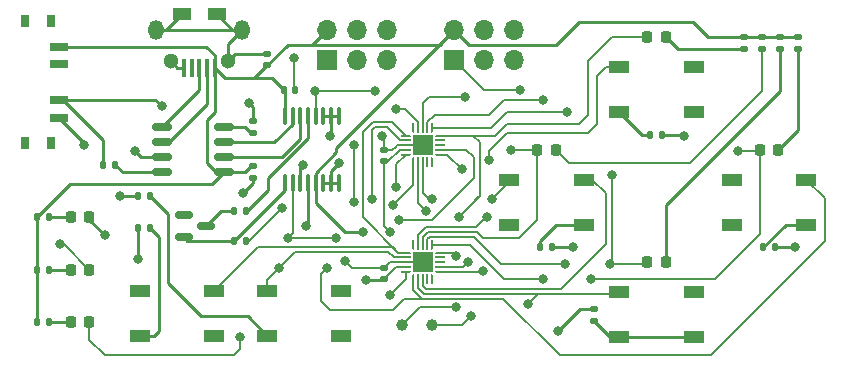
<source format=gtl>
G04 #@! TF.GenerationSoftware,KiCad,Pcbnew,(6.0.10)*
G04 #@! TF.CreationDate,2023-01-18T01:33:26+01:00*
G04 #@! TF.ProjectId,hwpuzzle,68777075-7a7a-46c6-952e-6b696361645f,0.1*
G04 #@! TF.SameCoordinates,Original*
G04 #@! TF.FileFunction,Copper,L1,Top*
G04 #@! TF.FilePolarity,Positive*
%FSLAX46Y46*%
G04 Gerber Fmt 4.6, Leading zero omitted, Abs format (unit mm)*
G04 Created by KiCad (PCBNEW (6.0.10)) date 2023-01-18 01:33:26*
%MOMM*%
%LPD*%
G01*
G04 APERTURE LIST*
G04 Aperture macros list*
%AMRoundRect*
0 Rectangle with rounded corners*
0 $1 Rounding radius*
0 $2 $3 $4 $5 $6 $7 $8 $9 X,Y pos of 4 corners*
0 Add a 4 corners polygon primitive as box body*
4,1,4,$2,$3,$4,$5,$6,$7,$8,$9,$2,$3,0*
0 Add four circle primitives for the rounded corners*
1,1,$1+$1,$2,$3*
1,1,$1+$1,$4,$5*
1,1,$1+$1,$6,$7*
1,1,$1+$1,$8,$9*
0 Add four rect primitives between the rounded corners*
20,1,$1+$1,$2,$3,$4,$5,0*
20,1,$1+$1,$4,$5,$6,$7,0*
20,1,$1+$1,$6,$7,$8,$9,0*
20,1,$1+$1,$8,$9,$2,$3,0*%
%AMFreePoly0*
4,1,14,0.334644,0.085355,0.385355,0.034644,0.400000,-0.000711,0.400000,-0.050000,0.385355,-0.085355,0.350000,-0.100000,-0.350000,-0.100000,-0.385355,-0.085355,-0.400000,-0.050000,-0.400000,0.050000,-0.385355,0.085355,-0.350000,0.100000,0.299289,0.100000,0.334644,0.085355,0.334644,0.085355,$1*%
%AMFreePoly1*
4,1,14,0.385355,0.085355,0.400000,0.050000,0.400000,0.000711,0.385355,-0.034644,0.334644,-0.085355,0.299289,-0.100000,-0.350000,-0.100000,-0.385355,-0.085355,-0.400000,-0.050000,-0.400000,0.050000,-0.385355,0.085355,-0.350000,0.100000,0.350000,0.100000,0.385355,0.085355,0.385355,0.085355,$1*%
%AMFreePoly2*
4,1,14,0.085355,0.385355,0.100000,0.350000,0.100000,-0.350000,0.085355,-0.385355,0.050000,-0.400000,-0.050000,-0.400000,-0.085355,-0.385355,-0.100000,-0.350000,-0.100000,0.299289,-0.085355,0.334644,-0.034644,0.385355,0.000711,0.400000,0.050000,0.400000,0.085355,0.385355,0.085355,0.385355,$1*%
%AMFreePoly3*
4,1,14,0.034644,0.385355,0.085355,0.334644,0.100000,0.299289,0.100000,-0.350000,0.085355,-0.385355,0.050000,-0.400000,-0.050000,-0.400000,-0.085355,-0.385355,-0.100000,-0.350000,-0.100000,0.350000,-0.085355,0.385355,-0.050000,0.400000,-0.000711,0.400000,0.034644,0.385355,0.034644,0.385355,$1*%
%AMFreePoly4*
4,1,14,0.385355,0.085355,0.400000,0.050000,0.400000,-0.050000,0.385355,-0.085355,0.350000,-0.100000,-0.299289,-0.100000,-0.334644,-0.085355,-0.385355,-0.034644,-0.400000,0.000711,-0.400000,0.050000,-0.385355,0.085355,-0.350000,0.100000,0.350000,0.100000,0.385355,0.085355,0.385355,0.085355,$1*%
%AMFreePoly5*
4,1,14,0.385355,0.085355,0.400000,0.050000,0.400000,-0.050000,0.385355,-0.085355,0.350000,-0.100000,-0.350000,-0.100000,-0.385355,-0.085355,-0.400000,-0.050000,-0.400000,-0.000711,-0.385355,0.034644,-0.334644,0.085355,-0.299289,0.100000,0.350000,0.100000,0.385355,0.085355,0.385355,0.085355,$1*%
%AMFreePoly6*
4,1,14,0.085355,0.385355,0.100000,0.350000,0.100000,-0.299289,0.085355,-0.334644,0.034644,-0.385355,-0.000711,-0.400000,-0.050000,-0.400000,-0.085355,-0.385355,-0.100000,-0.350000,-0.100000,0.350000,-0.085355,0.385355,-0.050000,0.400000,0.050000,0.400000,0.085355,0.385355,0.085355,0.385355,$1*%
%AMFreePoly7*
4,1,14,0.085355,0.385355,0.100000,0.350000,0.100000,-0.350000,0.085355,-0.385355,0.050000,-0.400000,0.000711,-0.400000,-0.034644,-0.385355,-0.085355,-0.334644,-0.100000,-0.299289,-0.100000,0.350000,-0.085355,0.385355,-0.050000,0.400000,0.050000,0.400000,0.085355,0.385355,0.085355,0.385355,$1*%
G04 Aperture macros list end*
G04 #@! TA.AperFunction,SMDPad,CuDef*
%ADD10R,1.700000X1.000000*%
G04 #@! TD*
G04 #@! TA.AperFunction,SMDPad,CuDef*
%ADD11RoundRect,0.218750X0.218750X0.256250X-0.218750X0.256250X-0.218750X-0.256250X0.218750X-0.256250X0*%
G04 #@! TD*
G04 #@! TA.AperFunction,SMDPad,CuDef*
%ADD12RoundRect,0.135000X-0.135000X-0.185000X0.135000X-0.185000X0.135000X0.185000X-0.135000X0.185000X0*%
G04 #@! TD*
G04 #@! TA.AperFunction,SMDPad,CuDef*
%ADD13RoundRect,0.140000X0.170000X-0.140000X0.170000X0.140000X-0.170000X0.140000X-0.170000X-0.140000X0*%
G04 #@! TD*
G04 #@! TA.AperFunction,SMDPad,CuDef*
%ADD14RoundRect,0.218750X-0.218750X-0.256250X0.218750X-0.256250X0.218750X0.256250X-0.218750X0.256250X0*%
G04 #@! TD*
G04 #@! TA.AperFunction,SMDPad,CuDef*
%ADD15RoundRect,0.135000X0.185000X-0.135000X0.185000X0.135000X-0.185000X0.135000X-0.185000X-0.135000X0*%
G04 #@! TD*
G04 #@! TA.AperFunction,SMDPad,CuDef*
%ADD16RoundRect,0.135000X0.135000X0.185000X-0.135000X0.185000X-0.135000X-0.185000X0.135000X-0.185000X0*%
G04 #@! TD*
G04 #@! TA.AperFunction,SMDPad,CuDef*
%ADD17C,1.000000*%
G04 #@! TD*
G04 #@! TA.AperFunction,SMDPad,CuDef*
%ADD18R,0.400000X1.600000*%
G04 #@! TD*
G04 #@! TA.AperFunction,ComponentPad*
%ADD19C,1.300000*%
G04 #@! TD*
G04 #@! TA.AperFunction,SMDPad,CuDef*
%ADD20R,1.500000X1.000000*%
G04 #@! TD*
G04 #@! TA.AperFunction,ComponentPad*
%ADD21O,1.300000X1.700000*%
G04 #@! TD*
G04 #@! TA.AperFunction,SMDPad,CuDef*
%ADD22RoundRect,0.150000X-0.587500X-0.150000X0.587500X-0.150000X0.587500X0.150000X-0.587500X0.150000X0*%
G04 #@! TD*
G04 #@! TA.AperFunction,SMDPad,CuDef*
%ADD23RoundRect,0.100000X0.100000X-0.637500X0.100000X0.637500X-0.100000X0.637500X-0.100000X-0.637500X0*%
G04 #@! TD*
G04 #@! TA.AperFunction,SMDPad,CuDef*
%ADD24RoundRect,0.140000X-0.170000X0.140000X-0.170000X-0.140000X0.170000X-0.140000X0.170000X0.140000X0*%
G04 #@! TD*
G04 #@! TA.AperFunction,ComponentPad*
%ADD25R,1.700000X1.700000*%
G04 #@! TD*
G04 #@! TA.AperFunction,ComponentPad*
%ADD26O,1.700000X1.700000*%
G04 #@! TD*
G04 #@! TA.AperFunction,SMDPad,CuDef*
%ADD27FreePoly0,0.000000*%
G04 #@! TD*
G04 #@! TA.AperFunction,SMDPad,CuDef*
%ADD28RoundRect,0.050000X-0.350000X-0.050000X0.350000X-0.050000X0.350000X0.050000X-0.350000X0.050000X0*%
G04 #@! TD*
G04 #@! TA.AperFunction,SMDPad,CuDef*
%ADD29FreePoly1,0.000000*%
G04 #@! TD*
G04 #@! TA.AperFunction,SMDPad,CuDef*
%ADD30FreePoly2,0.000000*%
G04 #@! TD*
G04 #@! TA.AperFunction,SMDPad,CuDef*
%ADD31RoundRect,0.050000X-0.050000X-0.350000X0.050000X-0.350000X0.050000X0.350000X-0.050000X0.350000X0*%
G04 #@! TD*
G04 #@! TA.AperFunction,SMDPad,CuDef*
%ADD32FreePoly3,0.000000*%
G04 #@! TD*
G04 #@! TA.AperFunction,SMDPad,CuDef*
%ADD33FreePoly4,0.000000*%
G04 #@! TD*
G04 #@! TA.AperFunction,SMDPad,CuDef*
%ADD34FreePoly5,0.000000*%
G04 #@! TD*
G04 #@! TA.AperFunction,SMDPad,CuDef*
%ADD35FreePoly6,0.000000*%
G04 #@! TD*
G04 #@! TA.AperFunction,SMDPad,CuDef*
%ADD36FreePoly7,0.000000*%
G04 #@! TD*
G04 #@! TA.AperFunction,SMDPad,CuDef*
%ADD37R,1.700000X1.700000*%
G04 #@! TD*
G04 #@! TA.AperFunction,SMDPad,CuDef*
%ADD38RoundRect,0.150000X-0.675000X-0.150000X0.675000X-0.150000X0.675000X0.150000X-0.675000X0.150000X0*%
G04 #@! TD*
G04 #@! TA.AperFunction,SMDPad,CuDef*
%ADD39RoundRect,0.140000X-0.140000X-0.170000X0.140000X-0.170000X0.140000X0.170000X-0.140000X0.170000X0*%
G04 #@! TD*
G04 #@! TA.AperFunction,SMDPad,CuDef*
%ADD40R,0.800000X1.000000*%
G04 #@! TD*
G04 #@! TA.AperFunction,SMDPad,CuDef*
%ADD41R,1.500000X0.700000*%
G04 #@! TD*
G04 #@! TA.AperFunction,ViaPad*
%ADD42C,0.800000*%
G04 #@! TD*
G04 #@! TA.AperFunction,Conductor*
%ADD43C,0.200000*%
G04 #@! TD*
G04 #@! TA.AperFunction,Conductor*
%ADD44C,0.250000*%
G04 #@! TD*
G04 APERTURE END LIST*
D10*
X126975000Y-92588000D03*
X120675000Y-92588000D03*
X120675000Y-96388000D03*
X126975000Y-96388000D03*
D11*
X105640218Y-95250000D03*
X104065218Y-95250000D03*
D12*
X117854000Y-88392000D03*
X118874000Y-88392000D03*
D10*
X141173000Y-86995000D03*
X141173000Y-83195000D03*
X147473000Y-83195000D03*
X147473000Y-86995000D03*
D13*
X119465000Y-83030000D03*
X119465000Y-82070000D03*
D14*
X162382500Y-80650000D03*
X163957500Y-80650000D03*
D15*
X148336000Y-95130000D03*
X148336000Y-94110000D03*
D16*
X110746000Y-87248000D03*
X109726000Y-87248000D03*
D17*
X134620000Y-95504000D03*
D12*
X106805000Y-81915000D03*
X107825000Y-81915000D03*
D13*
X130556000Y-81633000D03*
X130556000Y-80673000D03*
D14*
X143535500Y-80650000D03*
X145110500Y-80650000D03*
D16*
X110746000Y-84584000D03*
X109726000Y-84584000D03*
D14*
X152857500Y-90175000D03*
X154432500Y-90175000D03*
D16*
X102187718Y-90805000D03*
X101167718Y-90805000D03*
D11*
X105640218Y-86360000D03*
X104065218Y-86360000D03*
D18*
X116235000Y-73701000D03*
X115585000Y-73701000D03*
X114935000Y-73701000D03*
X114285000Y-73701000D03*
X113635000Y-73701000D03*
D19*
X112510000Y-73181000D03*
X117360000Y-73181000D03*
D20*
X116435000Y-69201000D03*
X113435000Y-69201000D03*
D21*
X111310000Y-70501000D03*
X118560000Y-70501000D03*
D13*
X130556000Y-91638000D03*
X130556000Y-90678000D03*
D10*
X109880000Y-92588000D03*
X116180000Y-92588000D03*
X116180000Y-96388000D03*
X109880000Y-96388000D03*
D16*
X118874000Y-85852000D03*
X117854000Y-85852000D03*
D15*
X165608000Y-72136000D03*
X165608000Y-71116000D03*
X164084000Y-72138000D03*
X164084000Y-71118000D03*
D22*
X113616500Y-86172000D03*
X113616500Y-88072000D03*
X115491500Y-87122000D03*
D23*
X122185000Y-83507500D03*
X122835000Y-83507500D03*
X123485000Y-83507500D03*
X124135000Y-83507500D03*
X124785000Y-83507500D03*
X125435000Y-83507500D03*
X126085000Y-83507500D03*
X126735000Y-83507500D03*
X126735000Y-77782500D03*
X126085000Y-77782500D03*
X125435000Y-77782500D03*
X124785000Y-77782500D03*
X124135000Y-77782500D03*
X123485000Y-77782500D03*
X122835000Y-77782500D03*
X122185000Y-77782500D03*
D10*
X156795000Y-73670000D03*
X150495000Y-73670000D03*
X156795000Y-77470000D03*
X150495000Y-77470000D03*
X160020000Y-86995000D03*
X160020000Y-83195000D03*
X166320000Y-83195000D03*
X166320000Y-86995000D03*
D11*
X105640218Y-90805000D03*
X104065218Y-90805000D03*
D24*
X119465000Y-79220000D03*
X119465000Y-78260000D03*
D12*
X143813000Y-88905000D03*
X144833000Y-88905000D03*
D25*
X125730000Y-73025000D03*
D26*
X125730000Y-70485000D03*
X128270000Y-73025000D03*
X128270000Y-70485000D03*
X130810000Y-73025000D03*
X130810000Y-70485000D03*
D15*
X161036000Y-72136000D03*
X161036000Y-71116000D03*
D27*
X132408000Y-89370000D03*
D28*
X132408000Y-89770000D03*
X132408000Y-90170000D03*
X132408000Y-90570000D03*
D29*
X132408000Y-90970000D03*
D30*
X133058000Y-91620000D03*
D31*
X133458000Y-91620000D03*
X133858000Y-91620000D03*
X134258000Y-91620000D03*
D32*
X134658000Y-91620000D03*
D33*
X135308000Y-90970000D03*
D28*
X135308000Y-90570000D03*
X135308000Y-90170000D03*
X135308000Y-89770000D03*
D34*
X135308000Y-89370000D03*
D35*
X134658000Y-88720000D03*
D31*
X134258000Y-88720000D03*
X133858000Y-88720000D03*
X133458000Y-88720000D03*
D36*
X133058000Y-88720000D03*
D37*
X133858000Y-90170000D03*
D10*
X156795000Y-92720000D03*
X150495000Y-92720000D03*
X150495000Y-96520000D03*
X156795000Y-96520000D03*
D16*
X102187718Y-86360000D03*
X101167718Y-86360000D03*
D13*
X120650000Y-73505000D03*
X120650000Y-72545000D03*
D15*
X162560000Y-72136000D03*
X162560000Y-71116000D03*
D38*
X111760000Y-78740000D03*
X111760000Y-80010000D03*
X111760000Y-81280000D03*
X111760000Y-82550000D03*
X117010000Y-82550000D03*
X117010000Y-81280000D03*
X117010000Y-80010000D03*
X117010000Y-78740000D03*
D16*
X102187718Y-95250000D03*
X101167718Y-95250000D03*
D39*
X122075000Y-75565000D03*
X123035000Y-75565000D03*
D14*
X152857500Y-71125000D03*
X154432500Y-71125000D03*
D40*
X102380000Y-69780000D03*
X100170000Y-69780000D03*
X100170000Y-80080000D03*
X102380000Y-80080000D03*
D41*
X103030000Y-71930000D03*
X103030000Y-73430000D03*
X103030000Y-76430000D03*
X103030000Y-77930000D03*
D25*
X136540000Y-73030000D03*
D26*
X136540000Y-70490000D03*
X139080000Y-73030000D03*
X139080000Y-70490000D03*
X141620000Y-73030000D03*
X141620000Y-70490000D03*
D17*
X132080000Y-95504000D03*
D12*
X153135000Y-79380000D03*
X154155000Y-79380000D03*
D27*
X132408000Y-79464000D03*
D28*
X132408000Y-79864000D03*
X132408000Y-80264000D03*
X132408000Y-80664000D03*
D29*
X132408000Y-81064000D03*
D30*
X133058000Y-81714000D03*
D31*
X133458000Y-81714000D03*
X133858000Y-81714000D03*
X134258000Y-81714000D03*
D32*
X134658000Y-81714000D03*
D33*
X135308000Y-81064000D03*
D28*
X135308000Y-80664000D03*
X135308000Y-80264000D03*
X135308000Y-79864000D03*
D34*
X135308000Y-79464000D03*
D35*
X134658000Y-78814000D03*
D31*
X134258000Y-78814000D03*
X133858000Y-78814000D03*
X133458000Y-78814000D03*
D36*
X133058000Y-78814000D03*
D37*
X133858000Y-80264000D03*
D12*
X162660000Y-88905000D03*
X163680000Y-88905000D03*
D42*
X121666000Y-90678000D03*
X126492000Y-88138000D03*
X122428000Y-88138000D03*
X127254000Y-90069500D03*
X125730000Y-90678000D03*
X131318000Y-85344000D03*
X129540000Y-84836000D03*
X134112000Y-85852000D03*
X142748000Y-93726000D03*
X149860000Y-82804000D03*
X144018000Y-76454000D03*
X160528000Y-80772000D03*
X146050000Y-77470000D03*
X136652000Y-89662000D03*
X136906000Y-86360000D03*
X134620000Y-84836000D03*
X139700000Y-84836000D03*
X137414000Y-76200000D03*
X122936000Y-72898000D03*
X105156000Y-80264000D03*
X118618000Y-84328000D03*
X165354000Y-88900000D03*
X109474000Y-80772000D03*
X123698000Y-81915000D03*
X145288000Y-96012000D03*
X119126000Y-76708000D03*
X126746000Y-81788000D03*
X155956000Y-79502000D03*
X109728000Y-89916000D03*
X108204000Y-84582000D03*
X130429000Y-79502000D03*
X146558000Y-88900000D03*
X128778000Y-87630000D03*
X129032000Y-91694000D03*
X131064000Y-87630000D03*
X144018000Y-91567000D03*
X148082000Y-91567000D03*
X145923000Y-90297000D03*
X149733000Y-90297000D03*
X141351000Y-80645000D03*
X123952000Y-87122000D03*
X106934000Y-87884000D03*
X103124000Y-88646000D03*
X129794000Y-75692000D03*
X137160000Y-82296000D03*
X124714000Y-75692000D03*
X118364000Y-96520000D03*
X131826000Y-86614000D03*
X128016000Y-85090000D03*
X128016000Y-80264000D03*
X131572000Y-77216000D03*
X121920000Y-85598000D03*
X142113000Y-75565000D03*
X139319000Y-86360000D03*
X111760000Y-76962000D03*
X125984000Y-79502000D03*
X139446000Y-81534000D03*
X131064000Y-92964000D03*
X131572000Y-83820000D03*
X136652000Y-93980000D03*
X137668000Y-90170000D03*
X138938000Y-90932000D03*
X137922000Y-94742000D03*
D43*
X134150000Y-93256000D02*
X132296000Y-93256000D01*
X131318000Y-94234000D02*
X125984000Y-94234000D01*
X125222000Y-93472000D02*
X125222000Y-91186000D01*
X132296000Y-93256000D02*
X131318000Y-94234000D01*
X125984000Y-94234000D02*
X125222000Y-93472000D01*
X125222000Y-91186000D02*
X125730000Y-90678000D01*
X127862500Y-90678000D02*
X127254000Y-90069500D01*
X138138000Y-79464000D02*
X135308000Y-79464000D01*
X152857500Y-71125000D02*
X149855000Y-71125000D01*
X149855000Y-71125000D02*
X147828000Y-73152000D01*
X147828000Y-73152000D02*
X147828000Y-77724000D01*
X147066000Y-78486000D02*
X140970000Y-78486000D01*
X147828000Y-77724000D02*
X147066000Y-78486000D01*
X140970000Y-78486000D02*
X139992000Y-79464000D01*
X139992000Y-79464000D02*
X138138000Y-79464000D01*
D44*
X125730000Y-70485000D02*
X124460000Y-71755000D01*
X124460000Y-71755000D02*
X122555000Y-71755000D01*
D43*
X120675000Y-91669000D02*
X121666000Y-90678000D01*
X121666000Y-90678000D02*
X123044000Y-89300000D01*
X120675000Y-92588000D02*
X120675000Y-91669000D01*
X123044000Y-89300000D02*
X130956000Y-89300000D01*
X130956000Y-89300000D02*
X131426000Y-89770000D01*
X131426000Y-89770000D02*
X132408000Y-89770000D01*
X126492000Y-88138000D02*
X122428000Y-88138000D01*
X122835000Y-83507500D02*
X122835000Y-87731000D01*
X122835000Y-87731000D02*
X122428000Y-88138000D01*
X126746000Y-88900000D02*
X122936000Y-88900000D01*
X122936000Y-88900000D02*
X119868000Y-88900000D01*
X119868000Y-88900000D02*
X116180000Y-92588000D01*
X131788000Y-89370000D02*
X131318000Y-88900000D01*
X131318000Y-88900000D02*
X126746000Y-88900000D01*
X130556000Y-90678000D02*
X127862500Y-90678000D01*
X133058000Y-83604000D02*
X133058000Y-81714000D01*
X131318000Y-85344000D02*
X133058000Y-83604000D01*
X129540000Y-78994000D02*
X129540000Y-84836000D01*
X133780630Y-93256000D02*
X134150000Y-93256000D01*
X134150000Y-93256000D02*
X140678000Y-93256000D01*
X133946315Y-92856000D02*
X144926000Y-92856000D01*
X133458000Y-85198000D02*
X134112000Y-85852000D01*
X133458000Y-81714000D02*
X133458000Y-85198000D01*
X144926000Y-92856000D02*
X150359000Y-92856000D01*
X142748000Y-93726000D02*
X143618000Y-92856000D01*
X143618000Y-92856000D02*
X144926000Y-92856000D01*
X149860000Y-82804000D02*
X149860000Y-90170000D01*
X149860000Y-90170000D02*
X149733000Y-90297000D01*
X139446000Y-77724000D02*
X140462000Y-76708000D01*
X134853025Y-77724000D02*
X138938000Y-77724000D01*
X138938000Y-77724000D02*
X139446000Y-77724000D01*
X140462000Y-76708000D02*
X140716000Y-76454000D01*
X140716000Y-76454000D02*
X144018000Y-76454000D01*
X144780000Y-77470000D02*
X146050000Y-77470000D01*
X162260500Y-80772000D02*
X162382500Y-80650000D01*
X160528000Y-80772000D02*
X162260500Y-80772000D01*
X138576000Y-84690000D02*
X137922000Y-85344000D01*
X138684000Y-80010000D02*
X138684000Y-84582000D01*
X138684000Y-84582000D02*
X137922000Y-85344000D01*
X137922000Y-85344000D02*
X136906000Y-86360000D01*
X138138000Y-79464000D02*
X138684000Y-80010000D01*
X136652000Y-89662000D02*
X136360000Y-89370000D01*
X136360000Y-89370000D02*
X135308000Y-89370000D01*
X134366000Y-84836000D02*
X134620000Y-84836000D01*
X133858000Y-81714000D02*
X133858000Y-84328000D01*
X133858000Y-84328000D02*
X134366000Y-84836000D01*
X139700000Y-84836000D02*
X141173000Y-83363000D01*
X131826000Y-86614000D02*
X134620000Y-86614000D01*
X138176000Y-81280000D02*
X137560000Y-80664000D01*
X134620000Y-86614000D02*
X138176000Y-83058000D01*
X138176000Y-83058000D02*
X138176000Y-81280000D01*
X137560000Y-80664000D02*
X135308000Y-80664000D01*
X134366000Y-76200000D02*
X137414000Y-76200000D01*
X134258000Y-78814000D02*
X134258000Y-78319025D01*
X134258000Y-78319025D02*
X134853025Y-77724000D01*
X140970000Y-77470000D02*
X144780000Y-77470000D01*
X134658000Y-78814000D02*
X139626000Y-78814000D01*
X139626000Y-78814000D02*
X140970000Y-77470000D01*
X150495000Y-73670000D02*
X149342000Y-73670000D01*
X149342000Y-73670000D02*
X148590000Y-74422000D01*
X148590000Y-74422000D02*
X148590000Y-78486000D01*
X148590000Y-78486000D02*
X147828000Y-79248000D01*
X147828000Y-79248000D02*
X140990000Y-79248000D01*
X140990000Y-79248000D02*
X139446000Y-80792000D01*
X139446000Y-80792000D02*
X139446000Y-81534000D01*
D44*
X136540000Y-70490000D02*
X137805000Y-71755000D01*
X137805000Y-71755000D02*
X145161000Y-71755000D01*
X145161000Y-71755000D02*
X147066000Y-69850000D01*
X156718000Y-69850000D02*
X157986000Y-71118000D01*
X147066000Y-69850000D02*
X156718000Y-69850000D01*
X157986000Y-71118000D02*
X165608000Y-71118000D01*
X163957500Y-80650000D02*
X165608000Y-78999500D01*
X165608000Y-78999500D02*
X165608000Y-72136000D01*
X164084000Y-72138000D02*
X164084000Y-75692000D01*
X164084000Y-75692000D02*
X154432500Y-85343500D01*
X154432500Y-85343500D02*
X154432500Y-90175000D01*
D43*
X145110500Y-80650000D02*
X146248500Y-81788000D01*
X146248500Y-81788000D02*
X156464000Y-81788000D01*
X156464000Y-81788000D02*
X162560000Y-75692000D01*
X162560000Y-75692000D02*
X162560000Y-72136000D01*
D44*
X161036000Y-72136000D02*
X155443500Y-72136000D01*
X155443500Y-72136000D02*
X154432500Y-71125000D01*
D43*
X132408000Y-90170000D02*
X131064000Y-90170000D01*
D44*
X147190000Y-94110000D02*
X145288000Y-96012000D01*
X148336000Y-94110000D02*
X147190000Y-94110000D01*
D43*
X132408000Y-80264000D02*
X131699000Y-80264000D01*
D44*
X119465000Y-83030000D02*
X119465000Y-83481000D01*
X155834000Y-79380000D02*
X155956000Y-79502000D01*
X103030000Y-77930000D02*
X105156000Y-80056000D01*
D43*
X130556000Y-80673000D02*
X130556000Y-79629000D01*
D44*
X163680000Y-88905000D02*
X165349000Y-88905000D01*
X109982000Y-81280000D02*
X109474000Y-80772000D01*
X117735000Y-70501000D02*
X116435000Y-69201000D01*
X123485000Y-83507500D02*
X123485000Y-82128000D01*
D43*
X122936000Y-75466000D02*
X122936000Y-72898000D01*
X131699000Y-80264000D02*
X131572000Y-80391000D01*
X123035000Y-75565000D02*
X122936000Y-75466000D01*
D44*
X154155000Y-79380000D02*
X155834000Y-79380000D01*
X125435000Y-83507500D02*
X126735000Y-83507500D01*
D43*
X131290000Y-80673000D02*
X131572000Y-80391000D01*
D44*
X126085000Y-83507500D02*
X126085000Y-82449000D01*
X117996000Y-72545000D02*
X117360000Y-73181000D01*
D43*
X132408000Y-80264000D02*
X133858000Y-80264000D01*
D44*
X108206000Y-84584000D02*
X108204000Y-84582000D01*
X119465000Y-77047000D02*
X119126000Y-76708000D01*
X109728000Y-87250000D02*
X109728000Y-89916000D01*
X117360000Y-73181000D02*
X117360000Y-71701000D01*
X146553000Y-88905000D02*
X146558000Y-88900000D01*
D43*
X131064000Y-90170000D02*
X130556000Y-90678000D01*
D44*
X118560000Y-70501000D02*
X111310000Y-70501000D01*
X105156000Y-80056000D02*
X105156000Y-80264000D01*
X111760000Y-81280000D02*
X109982000Y-81280000D01*
D43*
X130556000Y-80673000D02*
X131290000Y-80673000D01*
X130556000Y-79629000D02*
X130429000Y-79502000D01*
D44*
X144833000Y-88905000D02*
X146553000Y-88905000D01*
X118560000Y-70501000D02*
X117735000Y-70501000D01*
X126085000Y-82449000D02*
X126746000Y-81788000D01*
X165349000Y-88905000D02*
X165354000Y-88900000D01*
X113635000Y-73701000D02*
X113030000Y-73701000D01*
X109726000Y-87248000D02*
X109728000Y-87250000D01*
X123485000Y-82128000D02*
X123698000Y-81915000D01*
X117360000Y-71701000D02*
X118560000Y-70501000D01*
X120650000Y-72545000D02*
X117996000Y-72545000D01*
X109726000Y-84584000D02*
X108206000Y-84584000D01*
X119465000Y-78260000D02*
X119465000Y-77047000D01*
X119465000Y-83481000D02*
X118618000Y-84328000D01*
X113030000Y-73701000D02*
X112510000Y-73181000D01*
X111310000Y-70501000D02*
X112135000Y-70501000D01*
X112135000Y-70501000D02*
X113435000Y-69201000D01*
D43*
X132408000Y-90170000D02*
X133858000Y-90170000D01*
D44*
X115570000Y-81788000D02*
X115570000Y-78105000D01*
D43*
X131624000Y-90570000D02*
X130556000Y-91638000D01*
D44*
X122555000Y-71755000D02*
X122407609Y-71755000D01*
X116332000Y-82550000D02*
X115570000Y-81788000D01*
X121128000Y-74618000D02*
X119068000Y-74618000D01*
X122185000Y-76465000D02*
X122185000Y-75675000D01*
X127244695Y-87630000D02*
X128778000Y-87630000D01*
X126502000Y-80889000D02*
X126502000Y-80528000D01*
X118830000Y-82550000D02*
X117010000Y-82550000D01*
D43*
X132408000Y-90570000D02*
X131624000Y-90570000D01*
D44*
X120650000Y-73505000D02*
X119537000Y-74618000D01*
D43*
X130944025Y-81633000D02*
X131913025Y-80664000D01*
D44*
X119537000Y-74618000D02*
X119068000Y-74618000D01*
X122075000Y-75565000D02*
X121128000Y-74618000D01*
X116235000Y-73701000D02*
X116235000Y-72651000D01*
X119465000Y-82070000D02*
X119310000Y-82070000D01*
X112570000Y-71930000D02*
X112572800Y-71932800D01*
X117010000Y-82550000D02*
X115994000Y-83566000D01*
X129032000Y-91694000D02*
X130500000Y-91694000D01*
X115516800Y-71932800D02*
X112572800Y-71932800D01*
X122407609Y-71755000D02*
X120657609Y-73505000D01*
X117010000Y-82550000D02*
X116332000Y-82550000D01*
X103961718Y-83566000D02*
X101167718Y-86360000D01*
X136540000Y-70490000D02*
X135275000Y-71755000D01*
X103030000Y-71930000D02*
X112570000Y-71930000D01*
X119310000Y-82070000D02*
X118830000Y-82550000D01*
X122185000Y-77782500D02*
X122185000Y-76465000D01*
X122185000Y-75675000D02*
X122075000Y-75565000D01*
D43*
X131913025Y-80664000D02*
X132408000Y-80664000D01*
D44*
X135275000Y-71755000D02*
X122555000Y-71755000D01*
X124785000Y-83507500D02*
X124785000Y-82606000D01*
X126502000Y-80528000D02*
X136540000Y-70490000D01*
X124785000Y-85170305D02*
X127244695Y-87630000D01*
X116235000Y-72651000D02*
X115516800Y-71932800D01*
X120657609Y-73505000D02*
X120650000Y-73505000D01*
D43*
X130556000Y-87122000D02*
X131064000Y-87630000D01*
X130556000Y-81633000D02*
X130556000Y-87122000D01*
D44*
X124785000Y-82606000D02*
X126502000Y-80889000D01*
X115570000Y-78105000D02*
X116235000Y-77440000D01*
X119068000Y-74618000D02*
X117798000Y-74618000D01*
D43*
X130556000Y-81633000D02*
X130944025Y-81633000D01*
D44*
X101167718Y-86360000D02*
X101167718Y-95250000D01*
X116235000Y-77440000D02*
X116235000Y-73701000D01*
X116235000Y-73701000D02*
X117152000Y-74618000D01*
X124785000Y-83507500D02*
X124785000Y-85170305D01*
X117798000Y-74618000D02*
X117152000Y-74618000D01*
X130500000Y-91694000D02*
X130556000Y-91638000D01*
X115994000Y-83566000D02*
X103961718Y-83566000D01*
X118830000Y-78740000D02*
X117010000Y-78740000D01*
X119465000Y-79220000D02*
X119310000Y-79220000D01*
X119310000Y-79220000D02*
X118830000Y-78740000D01*
X118617000Y-87629000D02*
X117854000Y-88392000D01*
X117854000Y-88392000D02*
X113936500Y-88392000D01*
X113936500Y-88392000D02*
X113616500Y-88072000D01*
X122185000Y-83507500D02*
X122185000Y-84061000D01*
X122185000Y-84061000D02*
X118617000Y-87629000D01*
X117854000Y-85852000D02*
X116761500Y-85852000D01*
X116761500Y-85852000D02*
X115491500Y-87122000D01*
D43*
X134658000Y-88720000D02*
X137869000Y-88720000D01*
X137922000Y-88773000D02*
X140716000Y-91567000D01*
X158623000Y-91567000D02*
X162382500Y-87807500D01*
X137869000Y-88720000D02*
X137922000Y-88773000D01*
X148082000Y-91567000D02*
X158623000Y-91567000D01*
X140716000Y-91567000D02*
X144018000Y-91567000D01*
X162382500Y-87807500D02*
X162382500Y-80650000D01*
X152735500Y-90297000D02*
X152857500Y-90175000D01*
X140462000Y-90297000D02*
X145923000Y-90297000D01*
X138430000Y-88265000D02*
X140462000Y-90297000D01*
X134258000Y-88720000D02*
X134258000Y-88225025D01*
X134258000Y-88225025D02*
X134472025Y-88011000D01*
X149733000Y-90297000D02*
X152735500Y-90297000D01*
X134472025Y-88011000D02*
X138176000Y-88011000D01*
X138176000Y-88011000D02*
X138430000Y-88265000D01*
X141980000Y-88138000D02*
X138938000Y-88138000D01*
X133858000Y-76708000D02*
X134366000Y-76200000D01*
X143535500Y-80650000D02*
X143535500Y-86582500D01*
X134306340Y-87611000D02*
X134136170Y-87781170D01*
X133858000Y-88059339D02*
X134136170Y-87781170D01*
X133858000Y-78814000D02*
X133858000Y-76708000D01*
X133858000Y-88720000D02*
X133858000Y-88059339D01*
X141351000Y-80645000D02*
X143530500Y-80645000D01*
X138938000Y-88138000D02*
X138411000Y-87611000D01*
X138411000Y-87611000D02*
X134306340Y-87611000D01*
X143530500Y-80645000D02*
X143535500Y-80650000D01*
X143535500Y-86582500D02*
X141980000Y-88138000D01*
X134136170Y-87781170D02*
X134249339Y-87668000D01*
D44*
X105640218Y-86590218D02*
X106934000Y-87884000D01*
X124135000Y-86939000D02*
X124135000Y-83507500D01*
X105640218Y-86360000D02*
X105640218Y-86590218D01*
X123952000Y-87122000D02*
X124135000Y-86939000D01*
X102187718Y-86360000D02*
X104065218Y-86360000D01*
D43*
X124714000Y-75692000D02*
X129794000Y-75692000D01*
X105640218Y-90805000D02*
X103481218Y-88646000D01*
X137160000Y-82296000D02*
X135928000Y-81064000D01*
X124714000Y-75692000D02*
X124785000Y-75763000D01*
X135928000Y-81064000D02*
X135308000Y-81064000D01*
X103481218Y-88646000D02*
X103124000Y-88646000D01*
X124785000Y-75763000D02*
X124785000Y-77782500D01*
D44*
X104065218Y-90805000D02*
X102187718Y-90805000D01*
D43*
X117856000Y-98044000D02*
X116332000Y-98044000D01*
X116332000Y-98044000D02*
X106934000Y-98044000D01*
X118364000Y-97536000D02*
X117856000Y-98044000D01*
X106934000Y-98044000D02*
X105640218Y-96750218D01*
X118364000Y-96520000D02*
X118364000Y-97536000D01*
X105640218Y-96750218D02*
X105640218Y-95250000D01*
D44*
X102187718Y-95250000D02*
X104065218Y-95250000D01*
X115585000Y-73701000D02*
X115585000Y-76820000D01*
X112395000Y-80010000D02*
X111760000Y-80010000D01*
X115585000Y-76820000D02*
X112395000Y-80010000D01*
X114935000Y-73701000D02*
X114935000Y-75565000D01*
X114935000Y-75565000D02*
X111760000Y-78740000D01*
D43*
X133458000Y-78814000D02*
X133458000Y-78319025D01*
X128016000Y-85090000D02*
X128016000Y-80264000D01*
X133458000Y-78319025D02*
X132354975Y-77216000D01*
X119126000Y-88392000D02*
X121920000Y-85598000D01*
X118874000Y-88392000D02*
X119126000Y-88392000D01*
X132354975Y-77216000D02*
X131572000Y-77216000D01*
X138341000Y-87211000D02*
X139192000Y-86360000D01*
X133458001Y-87893653D02*
X134140655Y-87211000D01*
X133458000Y-88720000D02*
X133458000Y-88119000D01*
X139192000Y-86360000D02*
X139319000Y-86360000D01*
X133458000Y-88119000D02*
X133458001Y-87893653D01*
X134140655Y-87211000D02*
X138341000Y-87211000D01*
X142113000Y-75565000D02*
X139075000Y-75565000D01*
X139075000Y-75565000D02*
X136540000Y-73030000D01*
D44*
X120777000Y-84074000D02*
X118999000Y-85852000D01*
X118999000Y-85852000D02*
X118874000Y-85852000D01*
X124135000Y-79701396D02*
X120777000Y-83059396D01*
X120777000Y-83059396D02*
X120777000Y-84074000D01*
X124135000Y-77782500D02*
X124135000Y-79701396D01*
X103030000Y-76430000D02*
X111228000Y-76430000D01*
X126085000Y-77782500D02*
X126085000Y-79401000D01*
X111228000Y-76430000D02*
X111760000Y-76962000D01*
X103430000Y-76430000D02*
X106805000Y-79805000D01*
X126735000Y-77782500D02*
X125435000Y-77782500D01*
X126085000Y-79401000D02*
X125984000Y-79502000D01*
X106805000Y-79805000D02*
X106805000Y-81915000D01*
X103030000Y-76430000D02*
X103430000Y-76430000D01*
X108460000Y-82550000D02*
X107825000Y-81915000D01*
X111760000Y-82550000D02*
X108460000Y-82550000D01*
X152405000Y-79380000D02*
X150495000Y-77470000D01*
X153135000Y-79380000D02*
X152405000Y-79380000D01*
X164570000Y-86995000D02*
X166320000Y-86995000D01*
X162660000Y-88905000D02*
X164570000Y-86995000D01*
X149726000Y-96520000D02*
X150495000Y-96520000D01*
X150495000Y-96520000D02*
X156795000Y-96520000D01*
X148336000Y-95130000D02*
X149726000Y-96520000D01*
X145161000Y-86995000D02*
X147473000Y-86995000D01*
X143813000Y-88905000D02*
X143813000Y-88343000D01*
X143813000Y-88343000D02*
X145161000Y-86995000D01*
X111506000Y-88008000D02*
X111506000Y-96012000D01*
X110746000Y-87248000D02*
X111506000Y-88008000D01*
X111506000Y-96012000D02*
X111130000Y-96388000D01*
X111130000Y-96388000D02*
X109880000Y-96388000D01*
X112268000Y-86106000D02*
X112268000Y-91948000D01*
X116713000Y-94742000D02*
X119029000Y-94742000D01*
D43*
X120675000Y-96388000D02*
X120675000Y-96495000D01*
D44*
X119029000Y-94742000D02*
X120675000Y-96388000D01*
X115062000Y-94742000D02*
X116713000Y-94742000D01*
D43*
X120675000Y-96495000D02*
X120782000Y-96388000D01*
D44*
X110746000Y-84584000D02*
X112268000Y-86106000D01*
X112268000Y-91948000D02*
X115062000Y-94742000D01*
D43*
X132408000Y-90970000D02*
X132408000Y-91620000D01*
X131572000Y-83820000D02*
X131572000Y-81900000D01*
X131318000Y-92710000D02*
X131064000Y-92964000D01*
X131572000Y-81900000D02*
X132408000Y-81064000D01*
X132408000Y-91620000D02*
X131318000Y-92710000D01*
X140678000Y-93256000D02*
X145466000Y-98044000D01*
X145466000Y-98044000D02*
X158242000Y-98044000D01*
X167894000Y-84769000D02*
X166320000Y-83195000D01*
X167894000Y-88392000D02*
X167894000Y-84769000D01*
X158242000Y-98044000D02*
X167894000Y-88392000D01*
X133058000Y-91620000D02*
X133058001Y-92533372D01*
X133058001Y-92533372D02*
X133780630Y-93256000D01*
X133458000Y-92367686D02*
X133946315Y-92856000D01*
X150359000Y-92856000D02*
X150495000Y-92720000D01*
X133458000Y-91620000D02*
X133458000Y-92367686D01*
X133858000Y-91620000D02*
X133858000Y-92202000D01*
X134112000Y-92456000D02*
X145542000Y-92456000D01*
X133858000Y-92202000D02*
X134112000Y-92456000D01*
X149352000Y-88646000D02*
X149352000Y-84328000D01*
X148219000Y-83195000D02*
X147473000Y-83195000D01*
X145542000Y-92456000D02*
X149352000Y-88646000D01*
X149352000Y-84328000D02*
X148219000Y-83195000D01*
X128778000Y-79190314D02*
X129628314Y-78340000D01*
X129628314Y-78340000D02*
X131284000Y-78340000D01*
X132408000Y-89370000D02*
X131788000Y-89370000D01*
X128778000Y-86360000D02*
X128778000Y-79190314D01*
X131284000Y-78340000D02*
X132408000Y-79464000D01*
X131788000Y-89370000D02*
X128778000Y-86360000D01*
X132408000Y-79864000D02*
X131913025Y-79864000D01*
X129794000Y-78740000D02*
X129540000Y-78994000D01*
X131913025Y-79864000D02*
X130789025Y-78740000D01*
X130789025Y-78740000D02*
X129794000Y-78740000D01*
X137268000Y-90570000D02*
X137668000Y-90170000D01*
X136652000Y-93980000D02*
X133604000Y-93980000D01*
X133604000Y-93980000D02*
X132080000Y-95504000D01*
X135308000Y-90570000D02*
X137268000Y-90570000D01*
X135308000Y-90970000D02*
X138900000Y-90970000D01*
X137160000Y-95504000D02*
X134620000Y-95504000D01*
X137922000Y-94742000D02*
X137160000Y-95504000D01*
X138900000Y-90970000D02*
X138938000Y-90932000D01*
D44*
X117010000Y-81280000D02*
X121920000Y-81280000D01*
X121920000Y-81280000D02*
X123485000Y-79715000D01*
X123485000Y-79715000D02*
X123485000Y-77782500D01*
X122835000Y-78471041D02*
X122835000Y-77782500D01*
X117010000Y-80010000D02*
X121296041Y-80010000D01*
X121296041Y-80010000D02*
X122835000Y-78471041D01*
M02*

</source>
